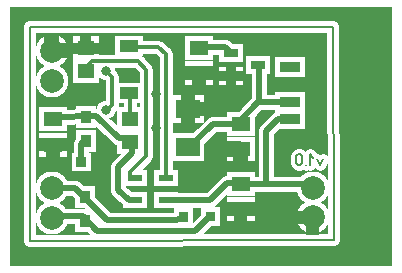
<source format=gbr>
%FSLAX34Y34*%
%MOMM*%
%LNCOPPER_BOTTOM*%
G71*
G01*
%ADD10R, 2.400X1.800*%
%ADD11R, 1.999X1.351*%
%ADD12R, 2.200X2.100*%
%ADD13C, 2.799*%
%ADD14R, 1.700X1.850*%
%ADD15R, 2.000X1.600*%
%ADD16R, 2.400X2.100*%
%ADD17C, 1.100*%
%ADD18R, 2.500X1.700*%
%ADD19R, 2.800X2.400*%
%ADD20C, 1.300*%
%ADD21C, 1.000*%
%ADD22C, 1.600*%
%ADD23C, 0.959*%
%ADD24C, 0.551*%
%ADD25C, 1.073*%
%ADD26C, 0.940*%
%ADD27C, 0.800*%
%ADD28C, 1.166*%
%ADD29C, 0.700*%
%ADD30C, 0.942*%
%ADD31C, 0.851*%
%ADD32C, 1.253*%
%ADD33C, 1.259*%
%ADD34R, 1.600X1.000*%
%ADD35R, 1.199X0.551*%
%ADD36R, 1.400X1.300*%
%ADD37C, 1.999*%
%ADD38R, 0.900X1.050*%
%ADD39R, 1.200X0.800*%
%ADD40R, 1.600X1.300*%
%ADD41C, 0.300*%
%ADD42R, 1.700X0.900*%
%ADD43R, 0.700X1.300*%
%ADD44R, 1.100X1.300*%
%ADD45C, 0.500*%
%ADD46C, 0.800*%
%ADD47C, 0.200*%
%ADD48C, 0.159*%
%LPD*%
G36*
X-17456Y198214D02*
X306544Y198214D01*
X306544Y-21786D01*
X-17456Y-21786D01*
X-17456Y198214D01*
G37*
%LPC*%
X84025Y164703D02*
G54D10*
D03*
X84025Y125016D02*
G54D10*
D03*
X114928Y34236D02*
G54D11*
D03*
X114928Y43736D02*
G54D11*
D03*
X114928Y53235D02*
G54D11*
D03*
X88918Y53235D02*
G54D11*
D03*
X88918Y34236D02*
G54D11*
D03*
X84144Y83914D02*
G54D12*
D03*
X84144Y102914D02*
G54D12*
D03*
X239226Y19777D02*
G54D13*
D03*
X239226Y44780D02*
G54D13*
D03*
X18564Y19380D02*
G54D13*
D03*
X18564Y44780D02*
G54D13*
D03*
X46831Y84137D02*
G54D14*
D03*
X46831Y104471D02*
G54D14*
D03*
X46832Y144116D02*
G54D12*
D03*
X46832Y163116D02*
G54D12*
D03*
X169960Y139582D02*
G54D15*
D03*
X169961Y158581D02*
G54D15*
D03*
X192948Y149082D02*
G54D15*
D03*
X178084Y48420D02*
G54D16*
D03*
X178084Y27038D02*
G54D16*
D03*
G54D17*
X84144Y102914D02*
X84144Y124897D01*
X84025Y125016D01*
X219910Y102946D02*
G54D18*
D03*
X219910Y117233D02*
G54D18*
D03*
X219910Y146999D02*
G54D18*
D03*
X178084Y99220D02*
G54D16*
D03*
X178084Y77838D02*
G54D16*
D03*
X143160Y163513D02*
G54D16*
D03*
X143160Y142132D02*
G54D16*
D03*
X133549Y79592D02*
G54D19*
D03*
X133549Y111561D02*
G54D19*
D03*
G54D20*
X114306Y34305D02*
X152010Y34305D01*
X166297Y48592D01*
X178203Y48592D01*
G54D20*
X178084Y99220D02*
X154669Y99220D01*
X132841Y77391D01*
G54D20*
X19050Y104868D02*
X55649Y105265D01*
X75413Y86692D01*
X83747Y86692D01*
X84144Y87089D01*
G54D20*
X199238Y48989D02*
X199238Y92645D01*
X209953Y103361D01*
X224241Y103361D01*
X19334Y102792D02*
G54D16*
D03*
X19334Y81410D02*
G54D16*
D03*
G54D20*
X91288Y34305D02*
X83350Y34305D01*
X74619Y43036D01*
X74619Y62483D01*
X86525Y74389D01*
X86525Y84708D01*
X86922Y85105D01*
G54D17*
X88113Y164083D02*
X108353Y164083D01*
X114703Y157733D01*
X114703Y53752D01*
X114306Y53355D01*
G54D17*
X84541Y52958D02*
X84534Y58341D01*
X98035Y72008D01*
X98035Y144636D01*
X90891Y151780D01*
X51997Y151780D01*
X46441Y146223D01*
G54D20*
X193682Y148605D02*
X193682Y118045D01*
G54D20*
X219875Y117252D02*
X193285Y117252D01*
X177806Y101773D01*
G36*
X151279Y171687D02*
X151279Y155687D01*
X135279Y155687D01*
X135279Y171687D01*
X151279Y171687D01*
G37*
G54D20*
X142882Y164083D02*
X165106Y164083D01*
X170266Y158923D01*
X18167Y161064D02*
G54D13*
D03*
X18167Y135664D02*
G54D13*
D03*
G36*
X160804Y28415D02*
X160804Y12415D01*
X144804Y12415D01*
X144804Y28415D01*
X160804Y28415D01*
G37*
G36*
X51134Y74722D02*
X51134Y58722D01*
X35134Y58722D01*
X35134Y74722D01*
X51134Y74722D01*
G37*
G54D20*
X42869Y66452D02*
X42869Y81930D01*
X47235Y86295D01*
G36*
X137785Y28018D02*
X137785Y12018D01*
X121785Y12018D01*
X121785Y28018D01*
X137785Y28018D01*
G37*
G54D21*
X0Y0D02*
X257175Y397D01*
X256778Y180975D01*
X-397Y180975D01*
X0Y0D01*
G54D20*
X178084Y48420D02*
X233999Y48420D01*
X237639Y44780D01*
X46037Y17065D02*
G54D14*
D03*
X46037Y37400D02*
G54D14*
D03*
G54D20*
X20151Y20570D02*
X44300Y20570D01*
X56363Y8508D01*
X139706Y8508D01*
X152804Y21606D01*
G54D20*
X20151Y44780D02*
X37950Y44780D01*
X65094Y17636D01*
X123825Y17462D01*
X129388Y19620D01*
X129785Y20018D01*
X63903Y143842D02*
G54D22*
D03*
X64300Y110505D02*
G54D22*
D03*
G54D17*
X64300Y110505D02*
X64697Y110505D01*
X69460Y115267D01*
X69460Y138286D01*
X63903Y143842D01*
G54D23*
X248310Y69323D02*
X245644Y64323D01*
X242977Y69323D01*
G54D23*
X239866Y69879D02*
X236533Y73212D01*
X236533Y64323D01*
G54D23*
X233422Y64323D02*
X233422Y64323D01*
G54D23*
X224978Y71546D02*
X224978Y65990D01*
X225645Y64879D01*
X226978Y64323D01*
X228311Y64323D01*
X229645Y64879D01*
X230311Y65990D01*
X230311Y71546D01*
X229645Y72657D01*
X228311Y73212D01*
X226978Y73212D01*
X225645Y72657D01*
X224978Y71546D01*
%LPD*%
G54D24*
G36*
X114928Y40980D02*
X104434Y40980D01*
X104434Y46492D01*
X114928Y46492D01*
X114928Y40980D01*
G37*
G36*
X114928Y46492D02*
X125423Y46492D01*
X125423Y40980D01*
X114928Y40980D01*
X114928Y46492D01*
G37*
G54D25*
G36*
X244590Y19777D02*
X244590Y5282D01*
X233862Y5282D01*
X233862Y19777D01*
X244590Y19777D01*
G37*
G36*
X239226Y14413D02*
X224731Y14413D01*
X224731Y25141D01*
X239226Y25141D01*
X239226Y14413D01*
G37*
G54D26*
G36*
X46832Y158414D02*
X35332Y158414D01*
X35332Y167817D01*
X46832Y167817D01*
X46832Y158414D01*
G37*
G36*
X42130Y163116D02*
X42130Y174116D01*
X51533Y174116D01*
X51533Y163116D01*
X42130Y163116D01*
G37*
G36*
X46832Y167817D02*
X58332Y167817D01*
X58332Y158414D01*
X46832Y158414D01*
X46832Y167817D01*
G37*
G54D27*
G36*
X165960Y139582D02*
X165960Y148082D01*
X173960Y148082D01*
X173960Y139582D01*
X165960Y139582D01*
G37*
G36*
X169960Y143582D02*
X180460Y143582D01*
X180460Y135582D01*
X169960Y135582D01*
X169960Y143582D01*
G37*
G36*
X173960Y139582D02*
X173960Y131082D01*
X165960Y131082D01*
X165960Y139582D01*
X173960Y139582D01*
G37*
G36*
X169960Y135582D02*
X159460Y135582D01*
X159460Y143582D01*
X169960Y143582D01*
X169960Y135582D01*
G37*
G54D28*
G36*
X178084Y32866D02*
X190584Y32866D01*
X190584Y21210D01*
X178084Y21210D01*
X178084Y32866D01*
G37*
G36*
X183913Y27038D02*
X183913Y16038D01*
X172256Y16038D01*
X172256Y27038D01*
X183913Y27038D01*
G37*
G36*
X178084Y21210D02*
X165584Y21210D01*
X165584Y32866D01*
X178084Y32866D01*
X178084Y21210D01*
G37*
G54D29*
G36*
X251684Y86808D02*
X251684Y79808D01*
X244684Y79808D01*
X244684Y86808D01*
X251684Y86808D01*
G37*
G36*
X248184Y83308D02*
X244184Y83308D01*
X244184Y90308D01*
X248184Y90308D01*
X248184Y83308D01*
G37*
G36*
X244684Y86808D02*
X244684Y93808D01*
X251684Y93808D01*
X251684Y86808D01*
X244684Y86808D01*
G37*
G54D29*
G36*
X251684Y162983D02*
X251684Y155983D01*
X244684Y155983D01*
X244684Y162983D01*
X251684Y162983D01*
G37*
G36*
X248184Y159483D02*
X244184Y159483D01*
X244184Y166483D01*
X248184Y166483D01*
X248184Y159483D01*
G37*
G36*
X244684Y162983D02*
X244684Y169983D01*
X251684Y169983D01*
X251684Y162983D01*
X244684Y162983D01*
G37*
G54D30*
G36*
X227178Y158271D02*
X221178Y158271D01*
X221178Y167694D01*
X227178Y167694D01*
X227178Y158271D01*
G37*
G36*
X222466Y162982D02*
X222466Y169982D01*
X231890Y169982D01*
X231890Y162982D01*
X222466Y162982D01*
G37*
G36*
X227178Y167694D02*
X233178Y167694D01*
X233178Y158271D01*
X227178Y158271D01*
X227178Y167694D01*
G37*
G54D31*
G36*
X231432Y86808D02*
X231432Y79808D01*
X222924Y79808D01*
X222924Y86808D01*
X231432Y86808D01*
G37*
G36*
X227178Y82554D02*
X221178Y82554D01*
X221178Y91061D01*
X227178Y91061D01*
X227178Y82554D01*
G37*
G36*
X227178Y91061D02*
X233178Y91061D01*
X233178Y82554D01*
X227178Y82554D01*
X227178Y91061D01*
G37*
G54D20*
G36*
X184584Y77838D02*
X184584Y66838D01*
X171584Y66838D01*
X171584Y77838D01*
X184584Y77838D01*
G37*
G36*
X178084Y71338D02*
X165584Y71338D01*
X165584Y84338D01*
X178084Y84338D01*
X178084Y71338D01*
G37*
G54D28*
G36*
X143160Y147960D02*
X155660Y147960D01*
X155660Y136303D01*
X143160Y136303D01*
X143160Y147960D01*
G37*
G36*
X148988Y142132D02*
X148988Y131132D01*
X137331Y131132D01*
X137331Y142132D01*
X148988Y142132D01*
G37*
G36*
X143160Y136303D02*
X130660Y136303D01*
X130660Y147960D01*
X143160Y147960D01*
X143160Y136303D01*
G37*
G54D32*
G36*
X127283Y111561D02*
X127283Y124061D01*
X139816Y124061D01*
X139816Y111561D01*
X127283Y111561D01*
G37*
G36*
X133549Y117827D02*
X148049Y117827D01*
X148049Y105294D01*
X133549Y105294D01*
X133549Y117827D01*
G37*
G36*
X139816Y111561D02*
X139816Y99061D01*
X127283Y99061D01*
X127283Y111561D01*
X139816Y111561D01*
G37*
G54D28*
G36*
X19334Y87239D02*
X31834Y87239D01*
X31834Y75582D01*
X19334Y75582D01*
X19334Y87239D01*
G37*
G36*
X25162Y81410D02*
X25162Y70410D01*
X13506Y70410D01*
X13506Y81410D01*
X25162Y81410D01*
G37*
G36*
X19334Y75582D02*
X6834Y75582D01*
X6834Y87239D01*
X19334Y87239D01*
X19334Y75582D01*
G37*
G54D33*
G36*
X11870Y161064D02*
X11870Y175559D01*
X24464Y175559D01*
X24464Y161064D01*
X11870Y161064D01*
G37*
G36*
X18167Y167361D02*
X32662Y167361D01*
X32662Y154767D01*
X18167Y154767D01*
X18167Y167361D01*
G37*
X84025Y164703D02*
G54D34*
D03*
X84025Y125016D02*
G54D34*
D03*
X114928Y34236D02*
G54D35*
D03*
X114928Y43736D02*
G54D35*
D03*
X114928Y53235D02*
G54D35*
D03*
X88918Y53235D02*
G54D35*
D03*
X88918Y34236D02*
G54D35*
D03*
X84144Y83914D02*
G54D36*
D03*
X84144Y102914D02*
G54D36*
D03*
X239226Y19777D02*
G54D37*
D03*
X239226Y44780D02*
G54D37*
D03*
X18564Y19380D02*
G54D37*
D03*
X18564Y44780D02*
G54D37*
D03*
X46831Y84137D02*
G54D38*
D03*
X46831Y104471D02*
G54D38*
D03*
X46832Y144116D02*
G54D36*
D03*
X46832Y163116D02*
G54D36*
D03*
X169960Y139582D02*
G54D39*
D03*
X169961Y158581D02*
G54D39*
D03*
X192948Y149082D02*
G54D39*
D03*
X178084Y48420D02*
G54D40*
D03*
X178084Y27038D02*
G54D40*
D03*
G54D41*
X84144Y102914D02*
X84144Y124897D01*
X84025Y125016D01*
X219910Y102946D02*
G54D42*
D03*
X219910Y117233D02*
G54D42*
D03*
X219910Y146999D02*
G54D42*
D03*
X248184Y86808D02*
G54D43*
D03*
X248184Y162983D02*
G54D43*
D03*
X227178Y162982D02*
G54D44*
D03*
X227178Y86808D02*
G54D44*
D03*
X178084Y99220D02*
G54D40*
D03*
X178084Y77838D02*
G54D40*
D03*
X143160Y163513D02*
G54D40*
D03*
X143160Y142132D02*
G54D40*
D03*
X133549Y79592D02*
G54D15*
D03*
X133549Y111561D02*
G54D15*
D03*
G54D45*
X114306Y34305D02*
X152010Y34305D01*
X166297Y48592D01*
X178203Y48592D01*
G54D45*
X178084Y99220D02*
X154669Y99220D01*
X132841Y77391D01*
G54D45*
X19050Y104868D02*
X55649Y105265D01*
X75413Y86692D01*
X83747Y86692D01*
X84144Y87089D01*
G54D45*
X199238Y48989D02*
X199238Y92645D01*
X209953Y103361D01*
X224241Y103361D01*
X19334Y102792D02*
G54D40*
D03*
X19334Y81410D02*
G54D40*
D03*
G54D45*
X91288Y34305D02*
X83350Y34305D01*
X74619Y43036D01*
X74619Y62483D01*
X86525Y74389D01*
X86525Y84708D01*
X86922Y85105D01*
G54D41*
X88113Y164083D02*
X108353Y164083D01*
X114703Y157733D01*
X114703Y53752D01*
X114306Y53355D01*
G54D41*
X84541Y52958D02*
X84534Y58341D01*
X98035Y72008D01*
X98035Y144636D01*
X90891Y151780D01*
X51997Y151780D01*
X46441Y146223D01*
G54D45*
X193682Y148605D02*
X193682Y118045D01*
G54D45*
X219875Y117252D02*
X193285Y117252D01*
X177806Y101773D01*
G36*
X147279Y167687D02*
X147279Y159687D01*
X139279Y159687D01*
X139279Y167687D01*
X147279Y167687D01*
G37*
G54D45*
X142882Y164083D02*
X165106Y164083D01*
X170266Y158923D01*
X18167Y161064D02*
G54D37*
D03*
X18167Y135664D02*
G54D37*
D03*
G36*
X156804Y24415D02*
X156804Y16415D01*
X148804Y16415D01*
X148804Y24415D01*
X156804Y24415D01*
G37*
G36*
X47134Y70722D02*
X47134Y62722D01*
X39134Y62722D01*
X39134Y70722D01*
X47134Y70722D01*
G37*
G54D45*
X42869Y66452D02*
X42869Y81930D01*
X47235Y86295D01*
G36*
X133785Y24018D02*
X133785Y16018D01*
X125785Y16018D01*
X125785Y24018D01*
X133785Y24018D01*
G37*
X68983Y29762D02*
G54D46*
D03*
X173361Y63100D02*
G54D46*
D03*
X19771Y78181D02*
G54D46*
D03*
X163915Y124610D02*
G54D46*
D03*
G54D47*
X0Y0D02*
X257175Y397D01*
X256778Y180975D01*
X-397Y180975D01*
X0Y0D01*
G54D45*
X178084Y48420D02*
X233999Y48420D01*
X237639Y44780D01*
X46037Y17065D02*
G54D38*
D03*
X46037Y37400D02*
G54D38*
D03*
G54D45*
X20151Y20570D02*
X44300Y20570D01*
X56363Y8508D01*
X139706Y8508D01*
X152804Y21606D01*
G54D45*
X20151Y44780D02*
X37950Y44780D01*
X65094Y17636D01*
X123825Y17462D01*
X129388Y19620D01*
X129785Y20018D01*
X238324Y108783D02*
G54D46*
D03*
X106289Y95644D02*
G54D46*
D03*
X63903Y143842D02*
G54D46*
D03*
X64300Y110505D02*
G54D46*
D03*
G54D41*
X64300Y110505D02*
X64697Y110505D01*
X69460Y115267D01*
X69460Y138286D01*
X63903Y143842D01*
X59458Y123822D02*
G54D46*
D03*
X106289Y124616D02*
G54D46*
D03*
G54D48*
X248310Y69323D02*
X245644Y64323D01*
X242977Y69323D01*
G54D48*
X239866Y69879D02*
X236533Y73212D01*
X236533Y64323D01*
G54D48*
X233422Y64323D02*
X233422Y64323D01*
G54D48*
X224978Y71546D02*
X224978Y65990D01*
X225645Y64879D01*
X226978Y64323D01*
X228311Y64323D01*
X229645Y64879D01*
X230311Y65990D01*
X230311Y71546D01*
X229645Y72657D01*
X228311Y73212D01*
X226978Y73212D01*
X225645Y72657D01*
X224978Y71546D01*
X216621Y11903D02*
G54D46*
D03*
M02*

</source>
